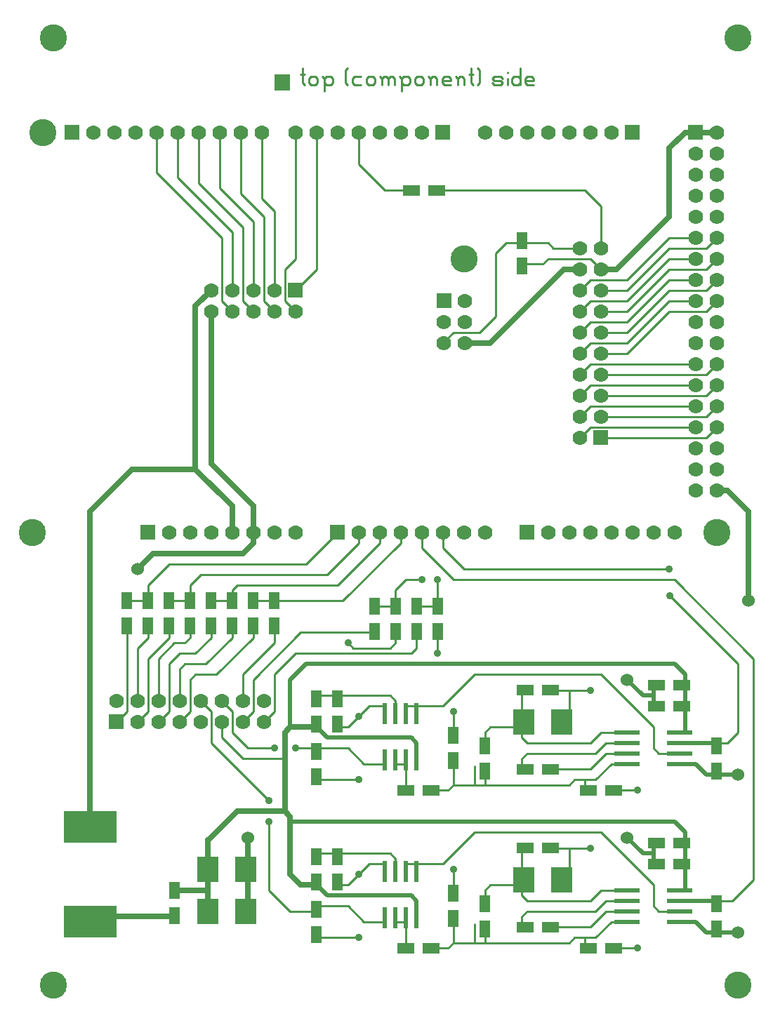
<source format=gbr>
G04 start of page 2 for group 0 idx 0 *
G04 Title: (unknown), component *
G04 Creator: pcb 20140316 *
G04 CreationDate: Wed 12 Dec 2018 10:26:37 PM GMT UTC *
G04 For: thomasc *
G04 Format: Gerber/RS-274X *
G04 PCB-Dimensions (mil): 3750.00 5000.00 *
G04 PCB-Coordinate-Origin: lower left *
%MOIN*%
%FSLAX25Y25*%
%LNTOP*%
%ADD25C,0.0420*%
%ADD24C,0.0350*%
%ADD23C,0.1250*%
%ADD22C,0.0600*%
%ADD21C,0.1290*%
%ADD20C,0.0360*%
%ADD19R,0.1000X0.1000*%
%ADD18R,0.1500X0.1500*%
%ADD17R,0.0200X0.0200*%
%ADD16R,0.0500X0.0500*%
%ADD15C,0.0700*%
%ADD14C,0.0200*%
%ADD13C,0.0250*%
%ADD12C,0.0100*%
%ADD11C,0.0001*%
G54D11*G36*
X130000Y457500D02*X137500D01*
Y450000D01*
X130000D01*
Y457500D01*
G37*
G54D12*X150000Y430000D02*Y365000D01*
X140000Y430000D02*Y370000D01*
X124000Y430000D02*Y398500D01*
X130000Y392500D01*
X114000Y430000D02*Y401000D01*
X104000Y430000D02*Y403500D01*
X94000Y430000D02*Y406000D01*
X84000Y430000D02*Y408500D01*
X74000Y430000D02*Y411000D01*
X114000Y401000D02*X125000Y390000D01*
X104000Y403500D02*X120000Y387500D01*
X94000Y406000D02*X115000Y385000D01*
X84000Y408500D02*X110000Y382500D01*
X74000Y411000D02*X105000Y380000D01*
X170000Y430000D02*Y415000D01*
X182500Y402500D01*
X195000D01*
X150000Y365000D02*X140000Y355000D01*
Y370000D02*X135000Y365000D01*
Y350000D01*
X140000Y345000D01*
X130000Y392500D02*Y355000D01*
X125000Y390000D02*Y350000D01*
X130000Y345000D01*
X120000Y387500D02*Y355000D01*
X115000Y385000D02*Y350000D01*
X120000Y345000D01*
X110000Y382500D02*Y355000D01*
X105000Y380000D02*Y350000D01*
X110000Y345000D01*
G54D13*X92500Y347500D02*X100000Y355000D01*
X92500Y270000D02*Y347500D01*
X100000Y272500D02*Y345000D01*
X110000Y252500D02*X92500Y270000D01*
X120000Y252500D02*X100000Y272500D01*
X110000Y252500D02*Y240000D01*
G54D12*X145000Y225000D02*X80000D01*
G54D13*X120000Y252500D02*Y235000D01*
X115000Y230000D01*
G54D12*X155000Y220000D02*X95000D01*
X160000Y240000D02*X145000Y225000D01*
X170000Y240000D02*Y235000D01*
X155000Y220000D01*
X180000Y240000D02*Y235000D01*
X190000Y240000D02*Y235000D01*
X200000Y240000D02*Y232500D01*
X180000Y235000D02*X160000Y215000D01*
X190000Y235000D02*X162500Y207500D01*
X187500Y212500D02*X192500Y217500D01*
X160000Y215000D02*X112500D01*
X120000Y207500D02*X162500D01*
X177500Y205000D02*X187500D01*
Y212500D01*
X192500Y217500D02*X200000D01*
X142500Y192500D02*X177500D01*
X140000Y182500D02*X195000D01*
X185000Y185000D02*X167500D01*
X165000Y187500D01*
X195000Y182500D02*X197500Y185000D01*
Y193000D01*
X187500D02*Y187500D01*
X185000Y185000D01*
X137500Y60000D02*X150000D01*
Y62500D02*X165000D01*
X172500Y55000D01*
X182500D01*
X150000Y47500D02*X170000D01*
X215000Y56500D02*Y45000D01*
X192500Y55000D02*Y42500D01*
X204500D02*X212500D01*
X215000Y45000D01*
X175000Y82500D02*X182500D01*
X192500D02*X210000D01*
X150000Y87500D02*X185000D01*
X187500Y85000D02*Y80000D01*
Y55000D02*X192500D01*
G54D14*X197500Y65000D02*Y57000D01*
G54D12*X215000Y68500D02*Y80000D01*
X160000Y72500D02*X165000D01*
X175000Y82500D01*
G54D14*X150000Y72500D02*X155000Y67500D01*
X195000D01*
X197500Y65000D01*
G54D12*X185000Y87500D02*X187500Y85000D01*
X210000Y82500D02*X225000Y97500D01*
G54D14*X137500Y102500D02*X320000D01*
G54D12*X232500Y72500D02*X247500D01*
Y52500D02*Y57500D01*
X250000Y60000D01*
X247500Y67500D02*X250000Y65000D01*
X230000Y63500D02*Y70000D01*
X232500Y72500D01*
X247500Y90000D02*Y67500D01*
X270000Y75000D02*Y90000D01*
X225000Y97500D02*X285000D01*
X261000Y90000D02*X280000D01*
G54D14*X297500Y95000D02*X305000Y87500D01*
X310000D01*
Y92500D02*Y82500D01*
X320000Y102500D02*X325000Y97500D01*
Y70000D02*Y97500D01*
G54D13*X117500Y95000D02*Y60000D01*
X137500Y77500D02*X142500Y72500D01*
X150000D01*
G54D12*X127500Y102500D02*Y70000D01*
X137500Y60000D01*
X262500Y52500D02*X280000D01*
X250000Y60000D02*X282500D01*
X280000Y52500D02*X287500Y60000D01*
X295000D01*
X290000Y55000D02*X295000D01*
X282500Y47500D02*X290000Y55000D01*
X282500Y47500D02*X272500D01*
X215000Y45000D02*X270000D01*
X225000Y54000D02*Y45000D01*
X230000Y51500D02*Y45000D01*
X282500Y60000D02*X287500Y65000D01*
X280000D02*X285000Y70000D01*
X295000D01*
X285000Y97500D02*X310000Y72500D01*
Y62500D01*
X312500Y60000D01*
X287500Y65000D02*X295000D01*
X250000D02*X280000D01*
G54D14*X322500D02*X340000D01*
G54D12*X312500Y60000D02*X322500D01*
G54D14*Y55000D02*X330000D01*
X335000Y50000D02*X350000D01*
G54D12*X291000Y42500D02*X302500D01*
X277500D02*Y47500D01*
X340000Y65000D02*X347500D01*
X350000Y145000D02*Y177500D01*
X317674Y209826D01*
X272500Y47500D02*X270000Y45000D01*
G54D14*X330000Y55000D02*X335000Y50000D01*
G54D12*X340000Y140000D02*X345000D01*
X350000Y145000D01*
X357500Y180000D02*Y75000D01*
X347500Y65000D01*
G54D13*X340000Y260000D02*X345000D01*
X355000Y250000D01*
Y207500D01*
G54D12*X220000Y222500D02*X210000Y232500D01*
Y240000D01*
X200000Y232500D02*X215000Y217500D01*
X207500Y193000D02*Y182500D01*
X197500Y205000D02*X207500D01*
Y217500D01*
X215000D02*X320000D01*
X220000Y222500D02*X317500D01*
G54D13*X82500Y58000D02*X82000Y57500D01*
X42500D01*
X98500Y70000D02*X82500D01*
X98500Y93500D02*X112500Y107500D01*
X98500Y60000D02*Y94000D01*
X137500Y77500D02*Y105000D01*
X135000Y107500D01*
G54D14*X145000Y177500D02*X137500Y170000D01*
Y147500D01*
G54D13*X135000Y145000D01*
Y107500D01*
X112500D02*X135000D01*
G54D12*X100000Y140000D02*X127500Y112500D01*
X110000Y145000D02*X117500Y137500D01*
X130000D01*
X105000Y142500D02*X115000Y132500D01*
X135000D01*
X115000Y172500D02*Y160000D01*
Y150000D02*X120000Y155000D01*
X110000D02*Y145000D01*
X95000Y160000D02*X100000Y155000D01*
Y140000D01*
X120000Y155000D02*Y170000D01*
X142500Y192500D01*
X130000Y172500D02*X140000Y182500D01*
X125000Y150000D02*X130000Y155000D01*
Y172500D01*
G54D13*X42500Y250000D02*Y100000D01*
G54D12*X60000Y155000D02*Y195500D01*
G54D13*X62500Y270000D02*X42500Y250000D01*
G54D12*X55000Y150000D02*X60000Y155000D01*
X65000Y150000D02*X70000Y155000D01*
Y180000D01*
X75000D02*Y160000D01*
Y150000D02*X80000Y155000D01*
Y177500D01*
X65000Y185000D02*Y160000D01*
X70000Y190000D02*X65000Y185000D01*
X80000Y225000D02*X70000Y215000D01*
G54D13*X72500Y230000D02*X65000Y222500D01*
G54D12*X70000Y215000D02*Y207500D01*
G54D13*X92500Y270000D02*X62500D01*
G54D12*X70000Y180000D02*X80000Y190000D01*
Y177500D02*X85000Y182500D01*
X87500Y177500D02*X85000Y175000D01*
X82500Y187500D02*X75000Y180000D01*
X87500Y187500D02*X82500D01*
X80000Y207500D02*X90000D01*
X60000D02*X70000D01*
X80000Y190000D02*Y195500D01*
X70000D02*Y190000D01*
X95000Y220000D02*X90000Y215000D01*
Y207500D01*
X87500Y177500D02*X97500D01*
X85000Y182500D02*X92500D01*
X100000Y190000D01*
X90000D02*X87500Y187500D01*
X92500Y172500D02*X102500D01*
X100000Y207500D02*X110000D01*
X90000Y195500D02*Y190000D01*
X85000Y175000D02*Y160000D01*
Y150000D02*X90000Y155000D01*
Y170000D01*
X92500Y172500D01*
X112500Y215000D02*X110000Y212500D01*
G54D13*X115000Y230000D02*X72500D01*
G54D12*X110000Y212500D02*Y207500D01*
X105000Y160000D02*X110000Y155000D01*
X105000Y150000D02*Y142500D01*
X100000Y190000D02*Y195500D01*
X110000Y190000D02*Y195500D01*
X97500Y177500D02*X110000Y190000D01*
X102500Y172500D02*X120000Y190000D01*
Y195500D01*
X130000D02*Y187500D01*
X115000Y172500D01*
X340000Y290000D02*X335000Y285000D01*
X340000Y300000D02*X335000Y295000D01*
Y285000D02*X285000D01*
X330000Y290000D02*X280000D01*
X275000Y285000D01*
X335000Y295000D02*X285000D01*
X330000Y300000D02*X280000D01*
X275000Y295000D01*
X335000Y305000D02*X285000D01*
X280000Y310000D02*X275000Y305000D01*
X340000Y310000D02*X335000Y305000D01*
X340000Y320000D02*X335000Y315000D01*
X340000Y370000D02*X335000Y365000D01*
X340000Y380000D02*X335000Y375000D01*
G54D13*X340000Y430000D02*X325000D01*
X317500Y422500D01*
Y390000D01*
G54D12*X330000Y310000D02*X280000D01*
X335000Y315000D02*X285000D01*
X330000Y320000D02*X280000D01*
X275000Y315000D01*
X297500Y325000D02*X285000D01*
X335000Y345000D02*X317500D01*
X340000Y350000D02*X335000Y345000D01*
X330000Y350000D02*X317500D01*
X297500Y330000D02*X280000D01*
X297500Y335000D02*X285000D01*
X297500Y340000D02*X280000D01*
X317500Y345000D02*X297500Y325000D01*
X317500Y350000D02*X297500Y330000D01*
X317500Y355000D02*X297500Y335000D01*
X317500Y360000D02*X297500Y340000D01*
X317500Y365000D02*X297500Y345000D01*
X317500Y370000D02*X297500Y350000D01*
X280000Y340000D02*X275000Y335000D01*
X297500Y345000D02*X285000D01*
X297500Y350000D02*X280000D01*
X275000Y345000D01*
X280000Y330000D02*X275000Y325000D01*
G54D13*X220500Y330000D02*X232500D01*
G54D12*X210500Y330500D02*X215000Y335000D01*
X227500D01*
X235000Y342500D01*
G54D13*X232500Y330000D02*X267500Y365000D01*
X275000D01*
G54D12*X235000Y342500D02*Y372500D01*
X260000Y370000D02*X257500Y367500D01*
X247500D01*
X235000Y372500D02*X240000Y377500D01*
X260000D01*
X277500Y402500D02*X207000D01*
X260000Y377500D02*X262500Y375000D01*
X275000D01*
X280000Y370000D02*X260000D01*
X340000Y360000D02*X335000Y355000D01*
X317500D01*
X330000Y360000D02*X317500D01*
X335000Y365000D02*X317500D01*
X330000Y370000D02*X317500D01*
X335000Y375000D02*X317500D01*
X297500Y355000D01*
X317500Y380000D02*X297500Y360000D01*
G54D13*X317500Y390000D02*X292500Y365000D01*
G54D12*X297500Y355000D02*X285000D01*
X297500Y360000D02*X280000D01*
X275000Y355000D01*
G54D13*X292500Y365000D02*X285000D01*
G54D12*X280000Y370000D01*
X330000Y380000D02*X317500D01*
X277500Y402500D02*X285000Y395000D01*
Y375000D01*
X140000Y137500D02*X150000D01*
Y122500D02*X170000D01*
X150000Y137500D02*X165000D01*
X172500Y130000D01*
X215000Y131500D02*Y120000D01*
X192500Y130000D02*Y117500D01*
X204500D02*X212500D01*
X215000Y120000D01*
X160000Y147500D02*X165000D01*
X175000Y157500D01*
X150000Y162500D02*X185000D01*
X172500Y130000D02*X182500D01*
X187500D02*X192500D01*
G54D14*X197500Y140000D02*Y132000D01*
X150000Y147500D02*X155000Y142500D01*
X195000D01*
X197500Y140000D01*
G54D12*X232500Y147500D02*X247500D01*
X230000Y145000D02*X232500Y147500D01*
X175000Y157500D02*X182500D01*
X185000Y162500D02*X187500Y160000D01*
Y155000D01*
X192500Y157500D02*X210000D01*
X215000Y143500D02*Y155000D01*
X230000Y138500D02*Y145000D01*
X210000Y157500D02*X225000Y172500D01*
X285000D01*
G54D14*X145000Y177500D02*X320000D01*
G54D12*X261000Y165000D02*X280000D01*
G54D14*X297500Y170000D02*X305000Y162500D01*
X310000D01*
G54D12*X247500Y165000D02*Y142500D01*
X270000Y150000D02*Y165000D01*
X247500Y142500D02*X250000Y140000D01*
G54D13*X137500Y147500D02*X150000D01*
G54D14*X310000Y167500D02*Y157500D01*
X320000Y177500D02*X325000Y172500D01*
Y145000D02*Y172500D01*
G54D12*X262500Y127500D02*X280000D01*
X287500Y135000D01*
X247500Y127500D02*Y132500D01*
X250000Y135000D01*
X282500D01*
X287500Y140000D02*X295000D01*
X250000D02*X280000D01*
X290000Y130000D02*X295000D01*
X291000Y117500D02*X302500D01*
X277500D02*Y122500D01*
X282500D02*X290000Y130000D01*
X282500Y122500D02*X272500D01*
X270000Y120000D01*
X215000D02*X270000D01*
X225000Y129000D02*Y120000D01*
X230000Y126500D02*Y120000D01*
X282500Y135000D02*X287500Y140000D01*
X280000D02*X285000Y145000D01*
X295000D01*
X285000Y172500D02*X310000Y147500D01*
Y137500D01*
X312500Y135000D01*
X287500D02*X295000D01*
X312500D02*X322500D01*
G54D14*Y130000D02*X330000D01*
X335000Y125000D01*
X350000D01*
X322500Y140000D02*X340000D01*
G54D12*X320000Y217500D02*X357500Y180000D01*
X143500Y460500D02*Y453500D01*
X144500Y452500D01*
X142500Y457500D02*X144500D01*
X146500Y455500D02*Y453500D01*
Y455500D02*X147500Y456500D01*
X149500D01*
X150500Y455500D01*
Y453500D01*
X149500Y452500D02*X150500Y453500D01*
X147500Y452500D02*X149500D01*
X146500Y453500D02*X147500Y452500D01*
X153900Y455500D02*Y449500D01*
X152900Y456500D02*X153900Y455500D01*
X154900Y456500D01*
X156900D01*
X157900Y455500D01*
Y453500D01*
X156900Y452500D02*X157900Y453500D01*
X154900Y452500D02*X156900D01*
X153900Y453500D02*X154900Y452500D01*
X163900Y453500D02*X164900Y452500D01*
X163900Y459500D02*X164900Y460500D01*
X163900Y459500D02*Y453500D01*
X168300Y456500D02*X171300D01*
X167300Y455500D02*X168300Y456500D01*
X167300Y455500D02*Y453500D01*
X168300Y452500D01*
X171300D01*
X173700Y455500D02*Y453500D01*
Y455500D02*X174700Y456500D01*
X176700D01*
X177700Y455500D01*
Y453500D01*
X176700Y452500D02*X177700Y453500D01*
X174700Y452500D02*X176700D01*
X173700Y453500D02*X174700Y452500D01*
X181100Y455500D02*Y452500D01*
Y455500D02*X182100Y456500D01*
X183100D01*
X184100Y455500D01*
Y452500D01*
Y455500D02*X185100Y456500D01*
X186100D01*
X187100Y455500D01*
Y452500D01*
X180100Y456500D02*X181100Y455500D01*
X190500D02*Y449500D01*
X189500Y456500D02*X190500Y455500D01*
X191500Y456500D01*
X193500D01*
X194500Y455500D01*
Y453500D01*
X193500Y452500D02*X194500Y453500D01*
X191500Y452500D02*X193500D01*
X190500Y453500D02*X191500Y452500D01*
X196900Y455500D02*Y453500D01*
Y455500D02*X197900Y456500D01*
X199900D01*
X200900Y455500D01*
Y453500D01*
X199900Y452500D02*X200900Y453500D01*
X197900Y452500D02*X199900D01*
X196900Y453500D02*X197900Y452500D01*
X204300Y455500D02*Y452500D01*
Y455500D02*X205300Y456500D01*
X206300D01*
X207300Y455500D01*
Y452500D01*
X203300Y456500D02*X204300Y455500D01*
X210700Y452500D02*X213700D01*
X209700Y453500D02*X210700Y452500D01*
X209700Y455500D02*Y453500D01*
Y455500D02*X210700Y456500D01*
X212700D01*
X213700Y455500D01*
X209700Y454500D02*X213700D01*
Y455500D02*Y454500D01*
X217100Y455500D02*Y452500D01*
Y455500D02*X218100Y456500D01*
X219100D01*
X220100Y455500D01*
Y452500D01*
X216100Y456500D02*X217100Y455500D01*
X223500Y460500D02*Y453500D01*
X224500Y452500D01*
X222500Y457500D02*X224500D01*
X226500Y460500D02*X227500Y459500D01*
Y453500D01*
X226500Y452500D02*X227500Y453500D01*
X234500Y452500D02*X237500D01*
X238500Y453500D01*
X237500Y454500D02*X238500Y453500D01*
X234500Y454500D02*X237500D01*
X233500Y455500D02*X234500Y454500D01*
X233500Y455500D02*X234500Y456500D01*
X237500D01*
X238500Y455500D01*
X233500Y453500D02*X234500Y452500D01*
X240900Y458500D02*Y458300D01*
Y455500D02*Y452500D01*
X246900Y460500D02*Y452500D01*
X245900D02*X246900Y453500D01*
X243900Y452500D02*X245900D01*
X242900Y453500D02*X243900Y452500D01*
X242900Y455500D02*Y453500D01*
Y455500D02*X243900Y456500D01*
X245900D01*
X246900Y455500D01*
X250300Y452500D02*X253300D01*
X249300Y453500D02*X250300Y452500D01*
X249300Y455500D02*Y453500D01*
Y455500D02*X250300Y456500D01*
X252300D01*
X253300Y455500D01*
X249300Y454500D02*X253300D01*
Y455500D02*Y454500D01*
G54D15*X260000Y430000D03*
X270000D03*
X250000D03*
X240000D03*
G54D11*G36*
X296500Y433500D02*Y426500D01*
X303500D01*
Y433500D01*
X296500D01*
G37*
G54D15*X280000Y430000D03*
X290000D03*
X230000D03*
G54D11*G36*
X206500Y433500D02*Y426500D01*
X213500D01*
Y433500D01*
X206500D01*
G37*
G54D15*X200000Y430000D03*
X180000D03*
X190000D03*
G54D11*G36*
X326500Y433500D02*Y426500D01*
X333500D01*
Y433500D01*
X326500D01*
G37*
G54D15*X340000Y420000D03*
X330000D03*
X340000Y430000D03*
Y410000D03*
X330000D03*
X340000Y400000D03*
X170000Y430000D03*
X160000D03*
X150000D03*
X140000D03*
X84000D03*
X94000D03*
X104000D03*
X114000D03*
X124000D03*
G54D11*G36*
X156500Y243500D02*Y236500D01*
X163500D01*
Y243500D01*
X156500D01*
G37*
G54D15*X170000Y240000D03*
X190000D03*
X180000D03*
X120000D03*
X130000D03*
X140000D03*
G54D11*G36*
X30500Y433500D02*Y426500D01*
X37500D01*
Y433500D01*
X30500D01*
G37*
G54D15*X74000Y430000D03*
X64000D03*
X54000D03*
X44000D03*
X140000Y345000D03*
G54D11*G36*
X136500Y358500D02*Y351500D01*
X143500D01*
Y358500D01*
X136500D01*
G37*
G54D15*X130000Y345000D03*
Y355000D03*
X120000Y345000D03*
Y355000D03*
X110000Y345000D03*
Y355000D03*
X100000Y345000D03*
Y355000D03*
G54D11*G36*
X66500Y243500D02*Y236500D01*
X73500D01*
Y243500D01*
X66500D01*
G37*
G54D15*X110000Y240000D03*
X100000D03*
X90000D03*
X80000D03*
X55000Y160000D03*
G54D11*G36*
X51500Y153500D02*Y146500D01*
X58500D01*
Y153500D01*
X51500D01*
G37*
G54D15*X65000Y160000D03*
Y150000D03*
X75000Y160000D03*
X85000D03*
X95000D03*
X105000D03*
X115000D03*
X125000D03*
X75000Y150000D03*
X85000D03*
X95000D03*
X105000D03*
X115000D03*
X125000D03*
G54D11*G36*
X246500Y243500D02*Y236500D01*
X253500D01*
Y243500D01*
X246500D01*
G37*
G54D15*X270000Y240000D03*
X260000D03*
X290000D03*
X280000D03*
X300000D03*
X310000D03*
X320000D03*
X200000D03*
X210000D03*
X220000D03*
X230000D03*
X330000Y400000D03*
Y390000D03*
Y380000D03*
X340000Y390000D03*
Y380000D03*
Y370000D03*
Y360000D03*
Y350000D03*
Y340000D03*
X330000Y370000D03*
Y360000D03*
Y350000D03*
Y340000D03*
X340000Y330000D03*
X330000D03*
Y320000D03*
Y310000D03*
X340000Y320000D03*
Y310000D03*
Y300000D03*
Y290000D03*
Y280000D03*
Y270000D03*
X330000Y300000D03*
Y290000D03*
Y280000D03*
Y270000D03*
X340000Y260000D03*
X330000D03*
X275000Y285000D03*
G54D11*G36*
X281500Y288500D02*Y281500D01*
X288500D01*
Y288500D01*
X281500D01*
G37*
G54D15*X275000Y295000D03*
X285000D03*
X275000Y305000D03*
X285000D03*
X275000Y315000D03*
X285000D03*
X220500Y350000D03*
Y340000D03*
Y330000D03*
G54D11*G36*
X207000Y353500D02*Y346500D01*
X214000D01*
Y353500D01*
X207000D01*
G37*
G54D15*X210500Y340000D03*
Y330000D03*
X275000Y325000D03*
X285000D03*
X275000Y335000D03*
X285000D03*
Y345000D03*
Y355000D03*
Y365000D03*
Y375000D03*
X275000Y345000D03*
Y355000D03*
Y365000D03*
Y375000D03*
G54D16*X150000Y75500D02*Y72500D01*
Y87500D02*Y84500D01*
X160000Y75500D02*Y72500D01*
Y87500D02*Y84500D01*
X150000Y62500D02*Y59500D01*
G54D17*X197500Y61000D02*Y53000D01*
X192500Y61000D02*Y53000D01*
X187500Y61000D02*Y53000D01*
X192500Y83000D02*Y75000D01*
X187500Y83000D02*Y75000D01*
G54D16*X191000Y42500D02*X194000D01*
G54D17*X197500Y83000D02*Y75000D01*
G54D16*X215000Y58000D02*Y55000D01*
Y70000D02*Y67000D01*
X203000Y42500D02*X206000D01*
X150000Y50500D02*Y47500D01*
G54D18*X37500Y55000D02*X47500D01*
G54D16*X82500Y59500D02*Y56500D01*
G54D19*X98500Y61000D02*Y59000D01*
X116500Y61000D02*Y59000D01*
G54D18*X37500Y100000D02*X47500D01*
G54D16*X82500Y71500D02*Y68500D01*
G54D19*X98500Y81000D02*Y79000D01*
X116500Y81000D02*Y79000D01*
G54D17*X182500Y83000D02*Y75000D01*
Y61000D02*Y53000D01*
Y158000D02*Y150000D01*
Y136000D02*Y128000D01*
G54D16*X150000Y150500D02*Y147500D01*
Y162500D02*Y159500D01*
X160000Y150500D02*Y147500D01*
Y162500D02*Y159500D01*
X150000Y125500D02*Y122500D01*
Y137500D02*Y134500D01*
G54D17*X197500Y136000D02*Y128000D01*
G54D16*X215000Y133000D02*Y130000D01*
Y145000D02*Y142000D01*
X203000Y117500D02*X206000D01*
G54D17*X192500Y136000D02*Y128000D01*
G54D16*X191000Y117500D02*X194000D01*
G54D17*X187500Y136000D02*Y128000D01*
X197500Y158000D02*Y150000D01*
X192500Y158000D02*Y150000D01*
X187500Y158000D02*Y150000D01*
G54D16*X80000Y209000D02*Y206000D01*
X60000Y209000D02*Y206000D01*
X90000Y209000D02*Y206000D01*
X80000Y197000D02*Y194000D01*
X60000Y197000D02*Y194000D01*
X90000Y197000D02*Y194000D01*
X110000Y197000D02*Y194000D01*
X100000Y197000D02*Y194000D01*
X120000Y197000D02*Y194000D01*
X70000Y209000D02*Y206000D01*
Y197000D02*Y194000D01*
X110000Y209000D02*Y206000D01*
X100000Y209000D02*Y206000D01*
X120000Y209000D02*Y206000D01*
X130000Y209000D02*Y206000D01*
Y197000D02*Y194000D01*
X177500Y206500D02*Y203500D01*
Y194500D02*Y191500D01*
X187500Y206500D02*Y203500D01*
Y194500D02*Y191500D01*
X197500Y206500D02*Y203500D01*
Y194500D02*Y191500D01*
X207500Y206500D02*Y203500D01*
Y194500D02*Y191500D01*
X193500Y402500D02*X196500D01*
X205500D02*X208500D01*
X247500Y380000D02*Y377000D01*
Y368000D02*Y365000D01*
G54D17*X292500Y55000D02*X302500D01*
X292500Y60000D02*X302500D01*
X292500Y65000D02*X302500D01*
X292500Y70000D02*X302500D01*
X317500Y55000D02*X327500D01*
X317500Y60000D02*X327500D01*
X317500Y65000D02*X327500D01*
G54D16*X340000Y53000D02*Y50000D01*
Y65000D02*Y62000D01*
G54D17*X317500Y70000D02*X327500D01*
G54D16*X310000Y82500D02*X313000D01*
X322000D02*X325000D01*
X310000Y92500D02*X313000D01*
X322000D02*X325000D01*
X247500Y52500D02*X250500D01*
X259500D02*X262500D01*
X277500Y42500D02*X280500D01*
X289500D02*X292500D01*
X230000Y53000D02*Y50000D01*
G54D19*X266500Y76000D02*Y74000D01*
G54D16*X259500Y90000D02*X262500D01*
G54D19*X248500Y76000D02*Y74000D01*
G54D16*X247500Y90000D02*X250500D01*
X230000Y65000D02*Y62000D01*
G54D17*X292500Y130000D02*X302500D01*
X292500Y135000D02*X302500D01*
X292500Y140000D02*X302500D01*
G54D16*X277500Y117500D02*X280500D01*
X289500D02*X292500D01*
G54D19*X266500Y151000D02*Y149000D01*
X248500Y151000D02*Y149000D01*
G54D16*X247500Y165000D02*X250500D01*
X259500D02*X262500D01*
X230000Y140000D02*Y137000D01*
G54D17*X317500Y130000D02*X327500D01*
G54D16*X247500Y127500D02*X250500D01*
X259500D02*X262500D01*
X340000Y128000D02*Y125000D01*
X230000Y128000D02*Y125000D01*
G54D17*X317500Y135000D02*X327500D01*
X317500Y140000D02*X327500D01*
X317500Y145000D02*X327500D01*
G54D16*X322000Y157500D02*X325000D01*
X340000Y140000D02*Y137000D01*
G54D17*X292500Y145000D02*X302500D01*
G54D16*X310000Y157500D02*X313000D01*
X310000Y167500D02*X313000D01*
X322000D02*X325000D01*
G54D20*X170000Y47500D03*
G54D21*X25000Y25000D03*
G54D22*X117500Y95000D03*
G54D20*X127500Y102500D03*
Y112500D03*
X140000Y137500D03*
X130000D03*
G54D22*X65000Y222500D03*
G54D21*X350000Y475000D03*
X25000D03*
X15000Y240000D03*
X20000Y430000D03*
X220000Y370000D03*
X350000Y25000D03*
G54D22*Y50000D03*
G54D20*X170000Y77500D03*
Y152500D03*
Y122500D03*
X215000Y155000D03*
X165000Y187500D03*
X207500Y182500D03*
X280000Y90000D03*
X215000Y80000D03*
G54D22*X297500Y95000D03*
G54D20*X302500Y42500D03*
X280000Y165000D03*
G54D22*X297500Y170000D03*
G54D20*X302500Y117500D03*
G54D21*X340000Y240000D03*
G54D22*X350000Y125000D03*
X355000Y207500D03*
G54D20*X317500Y222500D03*
X317674Y209826D03*
X207500Y217500D03*
X200000D03*
G54D14*G54D23*G54D24*G54D14*G54D24*G54D23*G54D24*G54D14*G54D24*G54D14*G54D24*G54D14*G54D23*G54D24*G54D14*G54D25*M02*

</source>
